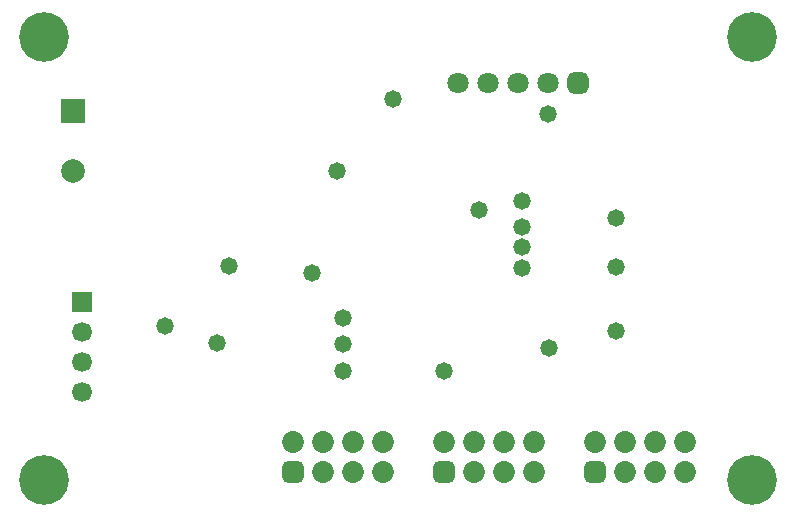
<source format=gbs>
G04*
G04 #@! TF.GenerationSoftware,Altium Limited,Altium Designer,24.2.2 (26)*
G04*
G04 Layer_Color=16711935*
%FSLAX44Y44*%
%MOMM*%
G71*
G04*
G04 #@! TF.SameCoordinates,0955CF80-6420-4CC4-8797-52894B4AD841*
G04*
G04*
G04 #@! TF.FilePolarity,Negative*
G04*
G01*
G75*
%ADD32C,1.8032*%
G04:AMPARAMS|DCode=33|XSize=1.8032mm|YSize=1.8032mm|CornerRadius=0.5016mm|HoleSize=0mm|Usage=FLASHONLY|Rotation=180.000|XOffset=0mm|YOffset=0mm|HoleType=Round|Shape=RoundedRectangle|*
%AMROUNDEDRECTD33*
21,1,1.8032,0.8000,0,0,180.0*
21,1,0.8000,1.8032,0,0,180.0*
1,1,1.0032,-0.4000,0.4000*
1,1,1.0032,0.4000,0.4000*
1,1,1.0032,0.4000,-0.4000*
1,1,1.0032,-0.4000,-0.4000*
%
%ADD33ROUNDEDRECTD33*%
%ADD34C,2.0032*%
%ADD35R,2.0032X2.0032*%
%ADD36C,4.2032*%
%ADD37C,1.8532*%
G04:AMPARAMS|DCode=38|XSize=1.8532mm|YSize=1.8532mm|CornerRadius=0.5141mm|HoleSize=0mm|Usage=FLASHONLY|Rotation=0.000|XOffset=0mm|YOffset=0mm|HoleType=Round|Shape=RoundedRectangle|*
%AMROUNDEDRECTD38*
21,1,1.8532,0.8250,0,0,0.0*
21,1,0.8250,1.8532,0,0,0.0*
1,1,1.0282,0.4125,-0.4125*
1,1,1.0282,-0.4125,-0.4125*
1,1,1.0282,-0.4125,0.4125*
1,1,1.0282,0.4125,0.4125*
%
%ADD38ROUNDEDRECTD38*%
%ADD39C,1.6900*%
%ADD40R,1.6900X1.6900*%
%ADD41C,1.4732*%
D32*
X375950Y361250D02*
D03*
X401350D02*
D03*
X452150D02*
D03*
X426750D02*
D03*
D33*
X477550D02*
D03*
D34*
X50000Y286100D02*
D03*
D35*
Y336900D02*
D03*
D36*
X625000Y400000D02*
D03*
Y25000D02*
D03*
X25000Y25000D02*
D03*
Y400000D02*
D03*
D37*
X389050Y57200D02*
D03*
Y31800D02*
D03*
X363650Y57200D02*
D03*
X414450Y31800D02*
D03*
X439850D02*
D03*
X414450Y57200D02*
D03*
X439850D02*
D03*
X567850D02*
D03*
X542450D02*
D03*
X567850Y31800D02*
D03*
X542450D02*
D03*
X491650Y57200D02*
D03*
X517050Y31800D02*
D03*
Y57200D02*
D03*
X311850D02*
D03*
X286450D02*
D03*
X311850Y31800D02*
D03*
X286450D02*
D03*
X235650Y57200D02*
D03*
X261050Y31800D02*
D03*
Y57200D02*
D03*
D38*
X363650Y31800D02*
D03*
X491650D02*
D03*
X235650D02*
D03*
D39*
X57600Y99150D02*
D03*
Y124550D02*
D03*
Y149950D02*
D03*
D40*
Y175350D02*
D03*
D41*
X278350Y139810D02*
D03*
Y117420D02*
D03*
Y162180D02*
D03*
X252110Y199790D02*
D03*
X429500Y204750D02*
D03*
X509380Y205250D02*
D03*
X181920Y206000D02*
D03*
X364160Y117110D02*
D03*
X273200Y286470D02*
D03*
X453000Y136920D02*
D03*
X320940Y347740D02*
D03*
X509380Y151290D02*
D03*
Y246500D02*
D03*
X127750Y155000D02*
D03*
X393250Y253750D02*
D03*
X429500Y222000D02*
D03*
Y239250D02*
D03*
X172000Y140750D02*
D03*
X429500Y261250D02*
D03*
X451750Y334500D02*
D03*
M02*

</source>
